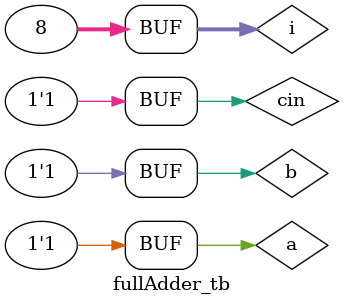
<source format=sv>
/*
Mina Gao and Justin Sim
4/18/2024
EE 469 Hussein
Lab 1 & 2
	
	Full Adder: A digital circuit that performs addition of three bits - two inputs and a carry-in bit.
   It produces a sum and a carry-out bit.
   The sum is the XOR of the inputs and the carry-in.
   The carry-out is generated when two or more of the inputs are high.

*/
module fullAdder (
    input logic a,
    input logic b,
    input logic cin,
    output logic sum,
    output logic cout
);
    assign sum = a ^ b ^ cin;
    assign cout = (a & b) | (cin & (a ^ b));
endmodule 
//-----------------------------------------------------------------------------
// Full Adder Testbench
// It tests each case of a 1 bit adder
// It provides a full functional coverage for the fullAdder

module fullAdder_tb();
	logic a,b,cin,sum,cout;
	
	fullAdder dut(.*);
	
	integer i;
	initial begin
		for(i=0;i<2**3;i++) begin
			{a,b,cin} = i; #10;
		end
	end
endmodule

</source>
